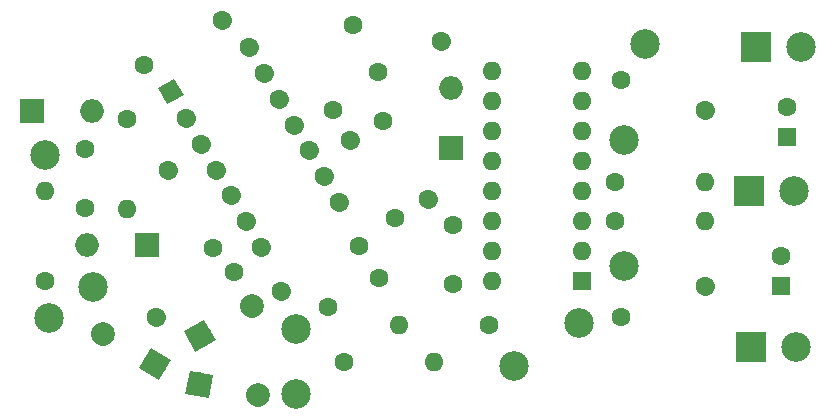
<source format=gbr>
G04 #@! TF.GenerationSoftware,KiCad,Pcbnew,(5.1.2-1)-1*
G04 #@! TF.CreationDate,2021-07-21T16:43:49-04:00*
G04 #@! TF.ProjectId,Four_Step_Sequencer,466f7572-5f53-4746-9570-5f5365717565,rev?*
G04 #@! TF.SameCoordinates,Original*
G04 #@! TF.FileFunction,Copper,L1,Top*
G04 #@! TF.FilePolarity,Positive*
%FSLAX46Y46*%
G04 Gerber Fmt 4.6, Leading zero omitted, Abs format (unit mm)*
G04 Created by KiCad (PCBNEW (5.1.2-1)-1) date 2021-07-21 16:43:49*
%MOMM*%
%LPD*%
G04 APERTURE LIST*
%ADD10C,1.600000*%
%ADD11C,1.600000*%
%ADD12C,0.100000*%
%ADD13R,1.600000X1.600000*%
%ADD14O,1.600000X1.600000*%
%ADD15C,2.499360*%
%ADD16R,2.000000X2.000000*%
%ADD17O,2.000000X2.000000*%
%ADD18C,2.000000*%
%ADD19C,2.000000*%
%ADD20R,2.499360X2.499360*%
G04 APERTURE END LIST*
D10*
X31999114Y-16510000D03*
D11*
X31999114Y-16510000D02*
X31999114Y-16510000D01*
D10*
X33020000Y-33518227D03*
D11*
X33020000Y-33518227D02*
X33020000Y-33518227D01*
D10*
X33269114Y-18709705D03*
D11*
X33269114Y-18709705D02*
X33269114Y-18709705D01*
D10*
X31750000Y-31318523D03*
D11*
X31750000Y-31318523D02*
X31750000Y-31318523D01*
D10*
X34539114Y-20909409D03*
D11*
X34539114Y-20909409D02*
X34539114Y-20909409D01*
D10*
X30480000Y-29118818D03*
D11*
X30480000Y-29118818D02*
X30480000Y-29118818D01*
D10*
X35809114Y-23109114D03*
D11*
X35809114Y-23109114D02*
X35809114Y-23109114D01*
D10*
X29210000Y-26919114D03*
D11*
X29210000Y-26919114D02*
X29210000Y-26919114D01*
D10*
X37079114Y-25308818D03*
D11*
X37079114Y-25308818D02*
X37079114Y-25308818D01*
D10*
X27940000Y-24719409D03*
D11*
X27940000Y-24719409D02*
X27940000Y-24719409D01*
D10*
X38349114Y-27508523D03*
D11*
X38349114Y-27508523D02*
X38349114Y-27508523D01*
D10*
X26670000Y-22519705D03*
D11*
X26670000Y-22519705D02*
X26670000Y-22519705D01*
D10*
X39619114Y-29708227D03*
D11*
X39619114Y-29708227D02*
X39619114Y-29708227D01*
D10*
X25400000Y-20320000D03*
D12*
G36*
X25107180Y-21412820D02*
G01*
X24307180Y-20027180D01*
X25692820Y-19227180D01*
X26492820Y-20612820D01*
X25107180Y-21412820D01*
X25107180Y-21412820D01*
G37*
D10*
X30734000Y-35560000D03*
X24134886Y-39370000D03*
D11*
X24134886Y-39370000D02*
X24134886Y-39370000D01*
D13*
X60198000Y-36322000D03*
D14*
X52578000Y-18542000D03*
X60198000Y-33782000D03*
X52578000Y-21082000D03*
X60198000Y-31242000D03*
X52578000Y-23622000D03*
X60198000Y-28702000D03*
X52578000Y-26162000D03*
X60198000Y-26162000D03*
X52578000Y-28702000D03*
X60198000Y-23622000D03*
X52578000Y-31242000D03*
X60198000Y-21082000D03*
X52578000Y-33782000D03*
X60198000Y-18542000D03*
X52578000Y-36322000D03*
D15*
X35991800Y-45948600D03*
X36017200Y-40386000D03*
X18796000Y-36830000D03*
X15036800Y-39522400D03*
X65532000Y-16256000D03*
X63754000Y-24384000D03*
X59944000Y-39878000D03*
X63754000Y-35052000D03*
D10*
X18084800Y-25146000D03*
X18084800Y-30146000D03*
D13*
X77012800Y-36753800D03*
D10*
X77012800Y-34253800D03*
X77571600Y-21655400D03*
D13*
X77571600Y-24155400D03*
D10*
X49301400Y-31626800D03*
X49301400Y-36626800D03*
X39116000Y-21844000D03*
X42946222Y-18630062D03*
X38658800Y-38582600D03*
X42988927Y-36082600D03*
D16*
X13614400Y-21996400D03*
D17*
X18694400Y-21996400D03*
X49098200Y-20040600D03*
D16*
X49098200Y-25120600D03*
D18*
X24053800Y-43383200D03*
D12*
G36*
X25419825Y-43017175D02*
G01*
X24419825Y-44749225D01*
X22687775Y-43749225D01*
X23687775Y-42017175D01*
X25419825Y-43017175D01*
X25419825Y-43017175D01*
G37*
D18*
X19654391Y-40843200D03*
D19*
X19654391Y-40843200D02*
X19654391Y-40843200D01*
D17*
X18288000Y-33274000D03*
D16*
X23368000Y-33274000D03*
D18*
X27838400Y-40995600D03*
D12*
G36*
X27472375Y-42361625D02*
G01*
X26472375Y-40629575D01*
X28204425Y-39629575D01*
X29204425Y-41361625D01*
X27472375Y-42361625D01*
X27472375Y-42361625D01*
G37*
D18*
X32237809Y-38455600D03*
D19*
X32237809Y-38455600D02*
X32237809Y-38455600D01*
D18*
X32790423Y-45992533D03*
D19*
X32790423Y-45992533D02*
X32790423Y-45992533D01*
D18*
X27787600Y-45110400D03*
D12*
G36*
X26629144Y-45921560D02*
G01*
X26976440Y-43951944D01*
X28946056Y-44299240D01*
X28598760Y-46268856D01*
X26629144Y-45921560D01*
X26629144Y-45921560D01*
G37*
D15*
X14732000Y-25654000D03*
X54483000Y-43535600D03*
D20*
X74523600Y-41960800D03*
D15*
X78333600Y-41960800D03*
X78155800Y-28752800D03*
D20*
X74345800Y-28752800D03*
X74904600Y-16586200D03*
D15*
X78714600Y-16586200D03*
D10*
X14732000Y-36322000D03*
D14*
X14732000Y-28702000D03*
X21717000Y-30302200D03*
D10*
X21717000Y-22682200D03*
X28956000Y-33528000D03*
X25146000Y-26928886D03*
D11*
X25146000Y-26928886D02*
X25146000Y-26928886D01*
D10*
X29713114Y-14224000D03*
D11*
X29713114Y-14224000D02*
X29713114Y-14224000D01*
D10*
X23114000Y-18034000D03*
X40792400Y-14706600D03*
X48296635Y-16029799D03*
D11*
X48296635Y-16029799D02*
X48296635Y-16029799D01*
D10*
X40055800Y-43180000D03*
D14*
X47675800Y-43180000D03*
X70612000Y-31242000D03*
D10*
X62992000Y-31242000D03*
X63500000Y-39370000D03*
X70660458Y-36763807D03*
D11*
X70660458Y-36763807D02*
X70660458Y-36763807D01*
D10*
X62992000Y-27940000D03*
D14*
X70612000Y-27940000D03*
D10*
X70660458Y-21910193D03*
D11*
X70660458Y-21910193D02*
X70660458Y-21910193D01*
D10*
X63500000Y-19304000D03*
X34693468Y-37201882D03*
D11*
X34693468Y-37201882D02*
X34693468Y-37201882D01*
D10*
X41292582Y-33391882D03*
X47197754Y-29395941D03*
D11*
X47197754Y-29395941D02*
X47197754Y-29395941D01*
D10*
X43387754Y-22796827D03*
X44338139Y-31046940D03*
X40528139Y-24447826D03*
D11*
X40528139Y-24447826D02*
X40528139Y-24447826D01*
D14*
X44704000Y-40081200D03*
D10*
X52324000Y-40081200D03*
M02*

</source>
